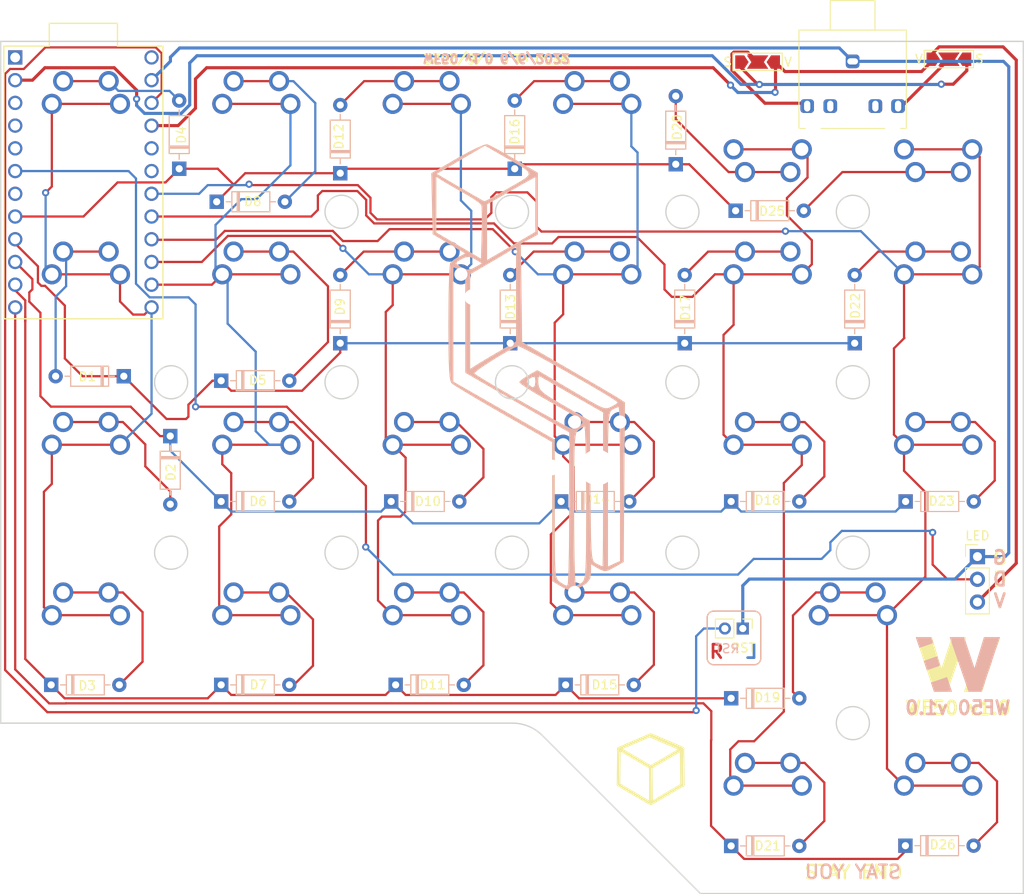
<source format=kicad_pcb>
(kicad_pcb (version 20211014) (generator pcbnew)
  (layers (0 "F.Cu" signal) (31 "B.Cu" signal) (34 "B.Paste" user) (35 "F.Paste" user) (36 "B.SilkS" user "B.Silkscreen") (37 "F.SilkS" user "F.Silkscreen") (38 "B.Mask" user) (39 "F.Mask" user) (44 "Edge.Cuts" user))
  (net 0 "")
  (net 1 "R1")
  (net 2 "Net-(D1-Pad2)")
  (net 3 "R2")
  (net 4 "Net-(D2-Pad2)")
  (net 5 "R3")
  (net 6 "Net-(D3-Pad2)")
  (net 7 "R0")
  (net 8 "Net-(D4-Pad2)")
  (net 9 "Net-(D5-Pad2)")
  (net 10 "Net-(D6-Pad2)")
  (net 11 "Net-(D7-Pad2)")
  (net 12 "Net-(D8-Pad2)")
  (net 13 "Net-(D9-Pad2)")
  (net 14 "Net-(D10-Pad2)")
  (net 15 "Net-(D11-Pad2)")
  (net 16 "Net-(D12-Pad2)")
  (net 17 "Net-(D13-Pad2)")
  (net 18 "Net-(D14-Pad2)")
  (net 19 "Net-(D15-Pad2)")
  (net 20 "Net-(D17-Pad2)")
  (net 21 "Net-(D18-Pad2)")
  (net 22 "Net-(D19-Pad2)")
  (net 23 "Net-(D20-Pad2)")
  (net 24 "R4")
  (net 25 "Net-(D21-Pad2)")
  (net 26 "Net-(D22-Pad2)")
  (net 27 "Net-(D23-Pad2)")
  (net 28 "Net-(D25-Pad2)")
  (net 29 "Net-(D26-Pad2)")
  (net 30 "GND")
  (net 31 "LED")
  (net 32 "Vcc")
  (net 34 "TRRS")
  (net 37 "C0")
  (net 38 "C1")
  (net 39 "C2")
  (net 40 "C3")
  (net 41 "C4")
  (net 42 "C5")
  (net 45 "RST")
  (net 49 "Net-(D16-Pad2)")
  (net 50 "Net-(JP1-Pad2)")
  (net 51 "Net-(JP2-Pad2)")
  (footprint "Diode_THT:D_DO-35_SOD27_P7.62mm_Horizontal" (layer "F.Cu") (at 120.19 80)
    (fp_text reference "D23")
    (fp_text value "1N4148")
  )
  (footprint "Diode_THT:D_DO-35_SOD27_P7.62mm_Horizontal" (layer "F.Cu") (at 81.69 80)
    (fp_text reference "D14")
    (fp_text value "1N4148")
  )
  (footprint "Audio_Module:Trrs_user" (layer "F.Cu") (at 114.27 30.81 -90)
    (fp_text reference "U2" hide)
    (fp_text value "Trrs")
  )
  (footprint "Jumper:SolderJumper-3_P2.0mm_Open_TrianglePad1.0x1.5mm_NumberLabels" (layer "F.Cu") (at 125.03 30.57)
    (fp_text reference "JP2" hide)
    (fp_text value "SolderJumper_3_Open" hide)
  )
  (footprint "LOGO" (layer "F.Cu") (at 83.138186 66.200916)
    (fp_text reference "G***" hide)
    (fp_text value "LOGO" hide)
  )
  (footprint "MX_Only:MXOnly-1U-user-split" (layer "F.Cu") (at 85.725 76.2)
    (fp_text reference "K15")
    (fp_text value "SW")
  )
  (footprint "Diode_THT:D_DO-35_SOD27_P7.62mm_Horizontal" (layer "F.Cu") (at 57 43.31 90)
    (fp_text reference "D12")
    (fp_text value "1N4148" hide)
  )
  (footprint "MX_Only:MXOnly-1U-user-split" (layer "F.Cu") (at 104.775 114.3)
    (fp_text reference "K24")
    (fp_text value "SW")
  )
  (footprint "MX_Only:MXOnly-1U-user-split" (layer "F.Cu") (at 28.575 57.15)
    (fp_text reference "K6")
    (fp_text value "SW")
  )
  (footprint "MX_Only:MXOnly-1U-user-split" (layer "F.Cu") (at 123.825 76.2)
    (fp_text reference "K17")
    (fp_text value "SW")
  )
  (footprint "Connector_PinHeader_2.54mm:PinHeader_1x03_P2.54mm_Vertical" (layer "F.Cu") (at 128.22 86.16)
    (fp_text reference "LED")
    (fp_text value "Conn_01x03_Female" hide)
  )
  (footprint "MX_Only:MXOnly-1U-user-split" (layer "F.Cu") (at 66.675 95.25)
    (fp_text reference "K20")
    (fp_text value "SW")
  )
  (footprint "Diode_THT:D_DO-35_SOD27_P7.62mm_Horizontal" (layer "F.Cu") (at 43.69 66.5)
    (fp_text reference "D5")
    (fp_text value "1N4148")
  )
  (footprint "MX_Only:MXOnly-1U-user-split" (layer "F.Cu") (at 47.625 57.15)
    (fp_text reference "K7")
    (fp_text value "SW")
  )
  (footprint "MX_Only:MXOnly-1U-user-split" (layer "F.Cu") (at 47.625 76.2)
    (fp_text reference "K13")
    (fp_text value "SW")
  )
  (footprint "MX_Only:MXOnly-1U-user-split" (layer "F.Cu") (at 66.675 38.1)
    (fp_text reference "K2")
    (fp_text value "SW")
  )
  (footprint "MX_Only:MXOnly-1U-user-split" (layer "F.Cu") (at 123.825 57.15)
    (fp_text reference "K11")
    (fp_text value "SW")
  )
  (footprint "MX_Only:MXOnly-1U-user-split" (layer "F.Cu") (at 85.725 57.15)
    (fp_text reference "K9")
    (fp_text value "SW")
  )
  (footprint "Connector_PinHeader_2.00mm:PinHeader_1x02_P2.00mm_Vertical" (layer "F.Cu") (at 101.99 94.2 -90)
    (fp_text reference "RST")
    (fp_text value "Conn_01x02_Female" hide)
  )
  (footprint "Diode_THT:D_DO-35_SOD27_P7.62mm_Horizontal" (layer "F.Cu") (at 62.69 80)
    (fp_text reference "D10")
    (fp_text value "1N4148")
  )
  (footprint "Diode_THT:D_DO-35_SOD27_P7.62mm_Horizontal" (layer "F.Cu") (at 100.69 118.5)
    (fp_text reference "D21")
    (fp_text value "1N4148")
  )
  (footprint "MX_Only:MXOnly-1U-user-split" (layer "F.Cu") (at 85.725 38.1)
    (fp_text reference "K3")
    (fp_text value "SW")
  )
  (footprint "MX_Only:MXOnly-1U-user-split" (layer "F.Cu") (at 28.575 95.25)
    (fp_text reference "K18")
    (fp_text value "SW")
  )
  (footprint "MX_Only:MXOnly-1U-user-split" (layer "F.Cu") (at 47.625 38.1)
    (fp_text reference "K1")
    (fp_text value "SW")
  )
  (footprint "Diode_THT:D_DO-35_SOD27_P7.62mm_Horizontal" (layer "F.Cu") (at 94.5 42.31 90)
    (fp_text reference "D20")
    (fp_text value "1N4148")
  )
  (footprint "Diode_THT:D_DO-35_SOD27_P7.62mm_Horizontal" (layer "F.Cu") (at 38 72.69 -90)
    (fp_text reference "D2")
    (fp_text value "1N4148")
  )
  (footprint "Diode_THT:D_DO-35_SOD27_P7.62mm_Horizontal" (layer "F.Cu") (at 101.19 47.5)
    (fp_text reference "D25")
    (fp_text value "1N4148")
  )
  (footprint "MX_Only:MXOnly-1U-user-split" (layer "F.Cu") (at 104.775 57.15)
    (fp_text reference "K10")
    (fp_text value "SW")
  )
  (footprint "MX_Only:MXOnly-1U-user-split" (layer "F.Cu") (at 104.775 38.1 180)
    (fp_text reference "K4")
    (fp_text value "SW")
  )
  (footprint "Diode_THT:D_DO-35_SOD27_P7.62mm_Horizontal" (layer "F.Cu") (at 95.5 62.31 90)
    (fp_text reference "D17")
    (fp_text value "1N4148")
  )
  (footprint "MX_Only:MXOnly-1U-user-split" (layer "F.Cu") (at 85.725 95.25)
    (fp_text reference "K21")
    (fp_text value "SW")
  )
  (footprint "Diode_THT:D_DO-35_SOD27_P7.62mm_Horizontal" (layer "F.Cu") (at 63.19 100.5)
    (fp_text reference "D11")
    (fp_text value "1N4148")
  )
  (footprint "Diode_THT:D_DO-35_SOD27_P7.62mm_Horizontal" (layer "F.Cu") (at 32.81 66 180)
    (fp_text reference "D1")
    (fp_text value "1N4148")
  )
  (footprint "Jumper:SolderJumper-3_P2.0mm_Open_TrianglePad1.0x1.5mm_NumberLabels" (layer "F.Cu") (at 103.65 30.89)
    (fp_text reference "JP1" hide)
    (fp_text value "SolderJumper_3_Open" hide)
  )
  (footprint "MX_Only:MXOnly-1U-user-split" (layer "F.Cu") (at 66.675 57.15)
    (fp_text reference "K8")
    (fp_text value "SW")
  )
  (footprint "Diode_THT:D_DO-35_SOD27_P7.62mm_Horizontal" (layer "F.Cu") (at 76.5 42.81 90)
    (fp_text reference "D16")
    (fp_text value "1N4148")
  )
  (footprint "Diode_THT:D_DO-35_SOD27_P7.62mm_Horizontal" (layer "F.Cu") (at 120.17 118.47)
    (fp_text reference "D26")
    (fp_text value "1N4148")
  )
  (footprint "MX_Only:MXOnly-1U-user-split" (layer "F.Cu") (at 28.575 38.1)
    (fp_text reference "K0")
    (fp_text value "SW")
  )
  (footprint "Diode_THT:D_DO-35_SOD27_P7.62mm_Horizontal" (layer "F.Cu") (at 24.69 100.5)
    (fp_text reference "D3")
    (fp_text value "1N4148")
  )
  (footprint "Diode_THT:D_DO-35_SOD27_P7.62mm_Horizontal" (layer "F.Cu") (at 82.19 100.5)
    (fp_text reference "D15")
    (fp_text value "1N4148")
  )
  (footprint "Diode_THT:D_DO-35_SOD27_P7.62mm_Horizontal" (layer "F.Cu") (at 57 62.31 90)
    (fp_text reference "D9")
    (fp_text value "1N4148")
  )
  (footprint "Diode_THT:D_DO-35_SOD27_P7.62mm_Horizontal" (layer "F.Cu") (at 114.5 62.31 90)
    (fp_text reference "D22")
    (fp_text value "1N4148")
  )
  (footprint "Diode_THT:D_DO-35_SOD27_P7.62mm_Horizontal" (layer "F.Cu") (at 100.69 80)
    (fp_text reference "D18")
    (fp_text value "1N4148")
  )
  (footprint "Diode_THT:D_DO-35_SOD27_P7.62mm_Horizontal" (layer "F.Cu") (at 100.69 102)
    (fp_text reference "D19")
    (fp_text value "1N4148")
  )
  (footprint "Diode_THT:D_DO-35_SOD27_P7.62mm_Horizontal" (layer "F.Cu") (at 76 62.31 90)
    (fp_text reference "D13")
    (fp_text value "1N4148")
  )
  (footprint "MX_Only:MXOnly-1U-user-split" (layer "F.Cu") (at 123.825 114.3)
    (fp_text reference "K25")
    (fp_text value "SW")
  )
  (footprint "MX_Only:MXOnly-1U-user-split" (layer "F.Cu") (at 123.825 38.1 180)
    (fp_text reference "K5")
    (fp_text value "SW")
  )
  (footprint "MX_Only:MXOnly-1U-user-split" (layer "F.Cu") (at 47.625 95.25)
    (fp_text reference "K19")
    (fp_text value "SW")
  )
  (footprint "promicro:ProMicro-EnforcedTop" (layer "F.Cu") (at 28.29 44.34 -90)
    (fp_text reference "U1" hide)
    (fp_text value "pro_micro" hide)
  )
  (footprint "Diode_THT:D_DO-35_SOD27_P7.62mm_Horizontal" (layer "F.Cu") (at 43.69 100.5)
    (fp_text reference "D7")
    (fp_text value "1N4148")
  )
  (footprint "MX_Only:MXOnly-1U-user-split" (layer "F.Cu") (at 66.675 76.2)
    (fp_text reference "K14")
    (fp_text value "SW")
  )
  (footprint "Diode_THT:D_DO-35_SOD27_P7.62mm_Horizontal" (layer "F.Cu") (at 43.69 80)
    (fp_text reference "D6")
    (fp_text value "1N4148")
  )
  (footprint "Diode_THT:D_DO-35_SOD27_P7.62mm_Horizontal" (layer "F.Cu") (at 43.19 46.5)
    (fp_text reference "D8")
    (fp_text value "1N4148" hide)
  )
  (footprint "MX_Only:MXOnly-1U-user-split" (layer "F.Cu") (at 28.575 76.2)
    (fp_text reference "K12")
    (fp_text value "SW")
  )
  (footprint "MX_Only:MXOnly-1U-user-split" (layer "F.Cu") (at 114.3 95.25)
    (fp_text reference "K23")
    (fp_text value "SW")
  )
  (footprint "MX_Only:MXOnly-1U-user-split" (layer "F.Cu") (at 104.775 76.2)
    (fp_text reference "K16")
    (fp_text value "SW")
  )
  (footprint "Diode_THT:D_DO-35_SOD27_P7.62mm_Horizontal" (layer "F.Cu") (at 39 42.81 90)
    (fp_text reference "D4")
    (fp_text value "1N4148" hide)
  )
  (footprint "LOGO" (layer "B.Cu") (at 83.138186 66.200916 180)
    (fp_text reference "G***" hide)
    (fp_text value "LOGO" hide)
  )
  (gr_line (start 98.76 98.25) (end 103.26 98.25) (layer "B.SilkS") (width 0.15))
  (gr_line (start 98.01 93) (end 98.01 97.5) (layer "B.SilkS") (width 0.15))
  (gr_arc (start 98.76 98.25) (mid 98.22967 98.03033) (end 98.01 97.5) (layer "B.SilkS") (width 0.15))
  (gr_arc (start 98.01 93) (mid 98.22967 92.46967) (end 98.76 92.25) (layer "B.SilkS") (width 0.15))
  (gr_poly (pts (xy 124.801574 99.649601) (xy 124.810384 99.646875) (xy 125.364765 101.249668) (xy 123.947234 101.249668) (xy 123.362981 101.249668) (xy 123.031855 100.252163) (xy 124.79816 99.641452) (xy 124.801574 99.649601)) (layer "B.SilkS") (width 0.026458) (fill solid))
  (gr_line (start 103.26 92.25) (end 98.76 92.25) (layer "B.SilkS") (width 0.15))
  (gr_poly (pts (xy 123.0617 95.164252) (xy 123.27207 95.820429) (xy 121.737805 96.351072) (xy 121.33204 95.164252) (xy 123.0617 95.164252)) (layer "B.SilkS") (width 0.026458) (fill solid))
  (gr_line (start 104.01 97.5) (end 104.01 93) (layer "B.SilkS") (width 0.15))
  (gr_poly (pts (xy 125.63689 95.164252) (xy 126.728693 95.164252) (xy 127.890399 98.667705) (xy 128.958482 95.164252) (xy 130.722763 95.164252) (xy 128.691126 101.249668) (xy 127.236269 101.249668) (xy 126.932263 100.373633) (xy 125.130662 95.164252) (xy 125.63689 95.164252)) (layer "B.SilkS") (width 0.026458) (fill solid))
  (gr_poly (pts (xy 124.033408 98.349465) (xy 122.569073 98.856354) (xy 122.226385 97.824928) (xy 123.71993 97.308533) (xy 124.033408 98.349465)) (layer "B.SilkS") (width 0.026458) (fill solid))
  (gr_arc (start 104.01 97.5) (mid 103.79033 98.03033) (end 103.26 98.25) (layer "B.SilkS") (width 0.15))
  (gr_arc (start 103.26 92.25) (mid 103.79033 92.46967) (end 104.01 93) (layer "B.SilkS") (width 0.15))
  (gr_line (start 103.251626 92.2499) (end 98.751626 92.2499) (layer "F.SilkS") (width 0.15))
  (gr_arc (start 103.251626 92.2499) (mid 103.781956 92.46957) (end 104.001626 92.9999) (layer "F.SilkS") (width 0.15))
  (gr_line (start 98.001626 92.9999) (end 98.001626 97.4999) (layer "F.SilkS") (width 0.15))
  (gr_line (start 88.15 107.625) (end 91.65 109.675) (layer "F.SilkS") (width 0.4))
  (gr_line (start 104.001626 97.4999) (end 104.001626 92.9999) (layer "F.SilkS") (width 0.15))
  (gr_line (start 91.7 106.15) (end 95.2 107.65) (layer "F.SilkS") (width 0.5))
  (gr_line (start 88.1 111.65) (end 88.15 107.625) (layer "F.SilkS") (width 0.4))
  (gr_line (start 98.751626 98.2499) (end 103.251626 98.2499) (layer "F.SilkS") (width 0.15))
  (gr_line (start 91.65 109.675) (end 91.6 113.7) (layer "F.SilkS") (width 0.2))
  (gr_line (start 91.75 113.725) (end 91.7 109.7) (layer "F.SilkS") (width 0.4))
  (gr_line (start 91.7 109.7) (end 95.2 107.65) (layer "F.SilkS") (width 0.4))
  (gr_line (start 91.75 113.725) (end 95.25 111.675) (layer "F.SilkS") (width 0.4))
  (gr_line (start 88.1 111.65) (end 91.6 113.7) (layer "F.SilkS") (width 0.4))
  (gr_poly (pts (xy 128.05 98.38) (xy 129.514335 98.886889) (xy 129.857023 97.855463) (xy 128.363478 97.339068) (xy 128.05 98.38)) (layer "F.SilkS") (width 0.026458) (fill solid))
  (gr_poly (pts (xy 126.446518 95.194787) (xy 125.354715 95.194787) (xy 124.193009 98.69824) (xy 123.124926 95.194787) (xy 121.360645 95.194787) (xy 123.392282 101.280203) (xy 124.847139 101.280203) (xy 125.151145 100.404168) (xy 126.952746 95.194787) (xy 126.446518 95.194787)) (layer "F.SilkS") (width 0.026458) (fill solid))
  (gr_line (start 95.2 107.65) (end 95.25 111.675) (layer "F.SilkS") (width 0.5))
  (gr_arc (start 104.001626 97.4999) (mid 103.781956 98.03023) (end 103.251626 98.2499) (layer "F.SilkS") (width 0.15))
  (gr_poly (pts (xy 129.021708 95.194787) (xy 128.811338 95.850964) (xy 130.345603 96.381607) (xy 130.751368 95.194787) (xy 129.021708 95.194787)) (layer "F.SilkS") (width 0.026458) (fill solid))
  (gr_arc (start 98.001626 92.9999) (mid 98.221296 92.46957) (end 98.751626 92.2499) (layer "F.SilkS") (width 0.15))
  (gr_line (start 88.15 107.625) (end 91.65 106.125) (layer "F.SilkS") (width 0.4))
  (gr_poly (pts (xy 127.281834 99.680136) (xy 127.273024 99.67741) (xy 126.718643 101.280203) (xy 128.136174 101.280203) (xy 128.720427 101.280203) (xy 129.051553 100.282698) (xy 127.285248 99.671987) (xy 127.281834 99.680136)) (layer "F.SilkS") (width 0.026458) (fill solid))
  (gr_arc (start 98.751626 98.2499) (mid 98.221296 98.03023) (end 98.001626 97.4999) (layer "F.SilkS") (width 0.15))
  (gr_circle (center 57.1453 66.67485) (end 55.2953 66.67485) (layer "Edge.Cuts") (width 0.15) (fill none))
  (gr_line (start 19.045885 28.575) (end 133.3458 28.575) (layer "Edge.Cuts") (width 0.15))
  (gr_line (start 133.3458 123.82433) (end 97.253375 123.82433) (layer "Edge.Cuts") (width 0.15))
  (gr_line (start 97.253375 123.82433) (end 79.575605 106.146559) (layer "Edge.Cuts") (width 0.15))
  (gr_line (start 76.26275 104.77433) (end 19.045885 104.77433) (layer "Edge.Cuts") (width 0.15))
  (gr_circle (center 114.2953 47.62485) (end 112.4453 47.62485) (layer "Edge.Cuts") (width 0.15) (fill none))
  (gr_circle (center 38.0953 66.67485) (end 36.2453 66.67485) (layer "Edge.Cuts") (width 0.15) (fill none))
  (gr_line (start 19.045885 104.77433) (end 19.045885 28.575) (layer "Edge.Cuts") (width 0.15))
  (gr_circle (center 95.2453 66.67485) (end 93.3953 66.67485) (layer "Edge.Cuts") (width 0.15) (fill none))
  (gr_arc (start 76.26275 104.77433) (mid 78.055654 105.130961) (end 79.575605 106.146559) (layer "Edge.Cuts") (width 0.15))
  (gr_circle (center 57.1453 47.62485) (end 55.2953 47.62485) (layer "Edge.Cuts") (width 0.15) (fill none))
  (gr_circle (center 57.1453 85.72485) (end 55.2953 85.72485) (layer "Edge.Cuts") (width 0.15) (fill none))
  (gr_circle (center 114.2953 85.72485) (end 112.4453 85.72485) (layer "Edge.Cuts") (width 0.15) (fill none))
  (gr_circle (center 38.0953 85.72485) (end 36.2453 85.72485) (layer "Edge.Cuts") (width 0.15) (fill none))
  (gr_circle (center 95.2453 85.72485) (end 93.3953 85.72485) (layer "Edge.Cuts") (width 0.15) (fill none))
  (gr_circle (center 76.1953 47.62485) (end 74.3453 47.62485) (layer "Edge.Cuts") (width 0.15) (fill none))
  (gr_circle (center 95.2453 47.62485) (end 93.3953 47.62485) (layer "Edge.Cuts") (width 0.15) (fill none))
  (gr_circle (center 114.2953 104.77485) (end 112.4453 104.77485) (layer "Edge.Cuts") (width 0.15) (fill none))
  (gr_line (start 133.3458 28.575) (end 133.3458 123.82433) (layer "Edge.Cuts") (width 0.15))
  (gr_circle (center 76.1953 85.72485) (end 74.3453 85.72485) (layer "Edge.Cuts") (width 0.15) (fill none))
  (gr_circle (center 76.1953 66.67485) (end 74.3453 66.67485) (layer "Edge.Cuts") (width 0.15) (fill none))
  (gr_circle (center 114.2953 66.67485) (end 112.4453 66.67485) (layer "Edge.Cuts") (width 0.15) (fill none))
  (gr_text "R" (at 99.06 96.774) (layer "F.Cu") (effects (font (size 1.5 1.5) (thickness 0.3))))
  (gr_text "L" (at 102.997 96.774) (layer "B.Cu") (effects (font (size 1.5 1.5) (thickness 0.3)) (justify mirror)))
  (gr_text "WF50 v1.0" (at 126.027402 103.067705) (layer "B.SilkS") (effects (font (size 1.5 1.5) (thickness 0.3)) (justify mirror)))
  (gr_text "STAY YOU" (at 114.3 121.4) (layer "B.SilkS") (effects (font (size 1.5 1.5) (thickness 0.25)) (justify mirror)))
  (gr_text "G\nD\nV" (at 130.72 88.685) (layer "B.SilkS") (effects (font (size 1.5 1.5) (thickness 0.3)) (justify mirror)))
  (gr_text "WF50 v1.0 6/6/2022" (at 74.473539 30.468989 -180) (layer "B.SilkS") (effects (font (size 1 1) (thickness 0.25)) (justify mirror)))
  (gr_text "STAY EMO" (at 114.371314 121.439851) (layer "F.SilkS") (effects (font (size 1.5 1.5) (thickness 0.25))))
  (gr_text "WF50 v1.0 6/6/2022" (at 74.5 30.51 180) (layer "F.SilkS") (effects (font (size 1 1) (thickness 0.25))))
  (gr_text "G\nD\nV" (at 130.72 88.685) (layer "F.SilkS") (effects (font (size 1.5 1.5) (thickness 0.3))))
  (gr_text "WF50 v1.0" (at 126.056006 103.09824) (layer "F.SilkS") (effects (font (size 1.5 1.5) (thickness 0.3))))
  (segment (start 40.03 69.185386) (end 42.715386 66.5) (width 0.25) (layer "F.Cu") (net 1))
  (segment (start 37.59 70.78) (end 39.77 70.78) (width 0.25) (layer "F.Cu") (net 1))
  (segment (start 39.77 70.78) (end 40.03 70.52) (width 0.25) (layer "F.Cu") (net 1))
  (segment (start 32.81 66) (end 37.59 70.78) (width 0.25) (layer "F.Cu") (net 1))
  (segment (start 44.814511 67.624511) (end 52.735489 67.624511) (width 0.25) (layer "F.Cu") (net 1))
  (segment (start 28.2 66) (end 32.81 66) (width 0.25) (layer "F.Cu") (net 1))
  (segment (start 20.67 50.69) (end 20.67 51.17) (width 0.25) (layer "F.Cu") (net 1))
  (segment (start 43.69 66.5) (end 44.814511 67.624511) (width 0.25) (layer "F.Cu") (net 1))
  (segment (start 26.22 64.02) (end 28.2 66) (width 0.25) (layer "F.Cu") (net 1))
  (segment (start 24.01257 55.900479) (end 26.22 58.107909) (width 0.25) (layer "F.Cu") (net 1))
  (segment (start 40.03 70.52) (end 40.03 69.185386) (width 0.25) (layer "F.Cu") (net 1))
  (segment (start 57 63.36) (end 57 62.31) (width 0.25) (layer "F.Cu") (net 1))
  (segment (start 52.735489 67.624511) (end 57 63.36) (width 0.25) (layer "F.Cu") (net 1))
  (segment (start 23.21 55.52) (end 23.590479 55.900479) (width 0.25) (layer "F.Cu") (net 1))
  (segment (start 20.67 51.17) (end 23.21 53.71) (width 0.25) (layer "F.Cu") (net 1))
  (segment (start 26.22 58.107909) (end 26.22 64.02) (width 0.25) (layer "F.Cu") (net 1))
  (segment (start 42.715386 66.5) (end 43.69 66.5) (width 0.25) (layer "F.Cu") (net 1))
  (segment (start 23.21 53.71) (end 23.21 55.52) (width 0.25) (layer "F.Cu") (net 1))
  (segment (start 23.590479 55.900479) (end 24.01257 55.900479) (width 0.25) (layer "F.Cu") (net 1))
  (segment (start 95.5 62.31) (end 114.5 62.31) (width 0.25) (layer "B.Cu") (net 1))
  (segment (start 57 62.31) (end 76 62.31) (width 0.25) (layer "B.Cu") (net 1))
  (segment (start 76 62.31) (end 95.5 62.31) (width 0.25) (layer "B.Cu") (net 1))
  (segment (start 26.035 52.07) (end 31.115 52.07) (width 0.25) (layer "F.Cu") (net 2))
  (segment (start 26.36 52.395) (end 26.36 55.94) (width 0.25) (layer "B.Cu") (net 2))
  (segment (start 26.035 52.07) (end 26.36 52.395) (width 0.25) (layer "B.Cu") (net 2))
  (segment (start 25.19 57.11) (end 25.19 66) (width 0.25) (layer "B.Cu") (net 2))
  (segment (start 26.36 55.94) (end 25.19 57.11) (width 0.25) (layer "B.Cu") (net 2))
  (segment (start 22.59 56.287909) (end 22.245479 56.63243) (width 0.25) (layer "F.Cu") (net 3))
  (segment (start 22.245479 57.66757) (end 23.49 58.912091) (width 0.25) (layer "F.Cu") (net 3))
  (segment (start 22.245479 56.63243) (end 22.245479 57.66757) (width 0.25) (layer "F.Cu") (net 3))
  (segment (start 22.59 55.15) (end 22.59 56.287909) (width 0.25) (layer "F.Cu") (net 3))
  (segment (start 23.49 58.912091) (end 23.49 68.23) (width 0.25) (layer "F.Cu") (net 3))
  (segment (start 36.86 72.69) (end 38 72.69) (width 0.25) (layer "F.Cu") (net 3))
  (segment (start 23.49 68.23) (end 24.66 69.4) (width 0.25) (layer "F.Cu") (net 3))
  (segment (start 20.67 53.23) (end 22.59 55.15) (width 0.25) (layer "F.Cu") (net 3))
  (segment (start 24.66 69.4) (end 33.57 69.4) (width 0.25) (layer "F.Cu") (net 3))
  (segment (start 33.57 69.4) (end 36.86 72.69) (width 0.25) (layer "F.Cu") (net 3))
  (segment (start 120.19 80) (end 119.065489 81.124511) (width 0.25) (layer "B.Cu") (net 3))
  (segment (start 44.82 81.13) (end 43.69 80) (width 0.25) (layer "B.Cu") (net 3))
  (segment (start 61.56 81.13) (end 44.82 81.13) (width 0.25) (layer "B.Cu") (net 3))
  (segment (start 119.065489 81.124511) (end 101.814511 81.124511) (width 0.25) (layer "B.Cu") (net 3))
  (segment (start 62.69 80) (end 61.56 81.13) (width 0.25) (layer "B.Cu") (net 3))
  (segment (start 81.69 80) (end 79.24 82.45) (width 0.25) (layer "B.Cu") (net 3))
  (segment (start 43.69 80) (end 38 74.31) (width 0.25) (layer "B.Cu") (net 3))
  (segment (start 82.814511 81.124511) (end 81.69 80) (width 0.25) (layer "B.Cu") (net 3))
  (segment (start 38 74.31) (end 38 72.69) (width 0.25) (layer "B.Cu") (net 3))
  (segment (start 99.565489 81.124511) (end 82.814511 81.124511) (width 0.25) (layer "B.Cu") (net 3))
  (segment (start 79.24 82.45) (end 65.14 82.45) (width 0.25) (layer "B.Cu") (net 3))
  (segment (start 100.69 80) (end 99.565489 81.124511) (width 0.25) (layer "B.Cu") (net 3))
  (segment (start 101.814511 81.124511) (end 100.69 80) (width 0.25) (layer "B.Cu") (net 3))
  (segment (start 65.14 82.45) (end 62.69 80) (width 0.25) (layer "B.Cu") (net 3))
  (segment (start 31.115 71.12) (end 32.70599 71.12) (width 0.25) (layer "F.Cu") (net 4))
  (segment (start 26.035 71.12) (end 31.115 71.12) (width 0.25) (layer "F.Cu") (net 4))
  (segment (start 38 78.86) (end 38 80.31) (width 0.25) (layer "F.Cu") (net 4))
  (segment (start 32.70599 71.12) (end 35.21 73.62401) (width 0.25) (layer "F.Cu") (net 4))
  (segment (start 35.21 76.07) (end 38 78.86) (width 0.25) (layer "F.Cu") (net 4))
  (segment (start 35.21 73.62401) (end 35.21 76.07) (width 0.25) (layer "F.Cu") (net 4))
  (segment (start 44.814511 101.624511) (end 43.69 100.5) (width 0.25) (layer "F.Cu") (net 5))
  (segment (start 83.69 102) (end 82.19 100.5) (width 0.25) (layer "F.Cu") (net 5))
  (segment (start 82.19 100.5) (end 81.065489 101.624511) (width 0.25) (layer "F.Cu") (net 5))
  (segment (start 43.69 100.5) (end 42.19 102) (width 0.25) (layer "F.Cu") (net 5))
  (segment (start 63.19 100.5) (end 62.065489 101.624511) (width 0.25) (layer "F.Cu") (net 5))
  (segment (start 26.19 102) (end 24.69 100.5) (width 0.25) (layer "F.Cu") (net 5))
  (segment (start 24.69 100.5) (end 21.794511 97.604511) (width 0.25) (layer "F.Cu") (net 5))
  (segment (start 64.314511 101.624511) (end 63.19 100.5) (width 0.25) (layer "F.Cu") (net 5))
  (segment (start 20.67 55.77) (end 20.67 56.4) (width 0.25) (layer "F.Cu") (net 5))
  (segment (start 42.19 102) (end 26.19 102) (width 0.25) (layer "F.Cu") (net 5))
  (segment (start 100.69 102) (end 83.69 102) (width 0.25) (layer "F.Cu") (net 5))
  (segment (start 20.67 56.4) (end 21.794511 57.524511) (width 0.25) (layer "F.Cu") (net 5))
  (segment (start 21.794511 97.604511) (end 21.794511 59.885489) (width 0.25) (layer "F.Cu") (net 5))
  (segment (start 81.065489 101.624511) (end 64.314511 101.624511) (width 0.25) (layer "F.Cu") (net 5))
  (segment (start 62.065489 101.624511) (end 44.814511 101.624511) (width 0.25) (layer "F.Cu") (net 5))
  (segment (start 21.794511 57.524511) (end 21.794511 59.885489) (width 0.25) (layer "F.Cu") (net 5))
  (segment (start 21.794511 59.885489) (end 21.794511 59.335489) (width 0.25) (layer "F.Cu") (net 5))
  (segment (start 31.115 90.17) (end 32.70599 90.17) (width 0.25) (layer "F.Cu") (net 6))
  (segment (start 32.70599 90.17) (end 34.904521 92.368531) (width 0.25) (layer "F.Cu") (net 6))
  (segment (start 34.904521 92.368531) (end 34.904521 97.905479) (width 0.25) (layer "F.Cu") (net 6))
  (segment (start 34.904521 97.905479) (end 32.31 100.5) (width 0.25) (layer "F.Cu") (net 6))
  (segment (start 26.035 90.17) (end 31.115 90.17) (width 0.25) (layer "F.Cu") (net 6))
  (segment (start 77 42.31) (end 76.5 42.81) (width 0.25) (layer "F.Cu") (net 7))
  (segment (start 28.3 48.15) (end 32.11 44.34) (width 0.25) (layer "F.Cu") (net 7))
  (segment (start 43.31 42.81) (end 45.095 44.595) (width 0.25) (layer "F.Cu") (net 7))
  (segment (start 20.67 48.15) (end 28.3 48.15) (width 0.25) (layer "F.Cu") (net 7))
  (segment (start 96 42.31) (end 101.19 47.5) (width 0.25) (layer "F.Cu") (net 7))
  (segment (start 57.5 42.81) (end 57 43.31) (width 0.25) (layer "F.Cu") (net 7))
  (segment (start 37.47 44.34) (end 39 42.81) (width 0.25) (layer "F.Cu") (net 7))
  (segment (start 46.38 43.31) (end 45.095 44.595) (width 0.25) (layer "F.Cu") (net 7))
  (segment (start 94.5 42.31) (end 96 42.31) (width 0.25) (layer "F.Cu") (net 7))
  (segment (start 32.11 44.34) (end 37.47 44.34) (width 0.25) (layer "F.Cu") (net 7))
  (segment (start 76.5 42.81) (end 57.5 42.81) (width 0.25) (layer "F.Cu") (net 7))
  (segment (start 39 42.81) (end 43.31 42.81) (width 0.25) (layer "F.Cu") (net 7))
  (segment (start 57 43.31) (end 46.38 43.31) (width 0.25) (layer "F.Cu") (net 7))
  (segment (start 45.095 44.595) (end 43.19 46.5) (width 0.25) (layer "F.Cu") (net 7))
  (segment (start 94.5 42.31) (end 77 42.31) (width 0.25) (layer "F.Cu") (net 7))
  (segment (start 31.115 33.02) (end 26.035 33.02) (width 0.25) (layer "F.Cu") (net 8))
  (segment (start 37.920489 34.110489) (end 32.205489 34.110489) (width 0.25) (layer "B.Cu") (net 8))
  (segment (start 39 35.19) (end 37.920489 34.110489) (width 0.25) (layer "B.Cu") (net 8))
  (segment (start 32.205489 34.110489) (end 31.115 33.02) (width 0.25) (layer "B.Cu") (net 8))
  (segment (start 55.63 55.94401) (end 51.75599 52.07) (width 0.25) (layer "F.Cu") (net 9))
  (segment (start 51.75599 52.07) (end 50.165 52.07) (width 0.25) (layer "F.Cu") (net 9))
  (segment (start 51.31 66.5) (end 55.63 62.18) (width 0.25) (layer "F.Cu") (net 9))
  (segment (start 55.63 62.18) (end 55.63 55.94401) (width 0.25) (layer "F.Cu") (net 9))
  (segment (start 45.085 52.07) (end 50.165 52.07) (width 0.25) (layer "F.Cu") (net 9))
  (segment (start 51.75599 71.12) (end 53.954521 73.318531) (width 0.25) (layer "F.Cu") (net 10))
  (segment (start 53.954521 73.318531) (end 53.954521 77.355479) (width 0.25) (layer "F.Cu") (net 10))
  (segment (start 53.954521 77.355479) (end 51.31 80) (width 0.25) (layer "F.Cu") (net 10))
  (segment (start 50.165 71.12) (end 45.085 71.12) (width 0.25) (layer "F.Cu") (net 10))
  (segment (start 50.165 71.12) (end 51.75599 71.12) (width 0.25) (layer "F.Cu") (net 10))
  (segment (start 50.165 90.17) (end 50.944919 90.17) (width 0.25) (layer "F.Cu") (net 11))
  (segment (start 50.944919 90.17) (end 53.954521 93.179602) (width 0.25) (layer "F.Cu") (net 11))
  (segment (start 53.954521 98.355479) (end 51.31 101) (width 0.25) (layer "F.Cu") (net 11))
  (segment (start 45.085 90.17) (end 50.165 90.17) (width 0.25) (layer "F.Cu") (net 11))
  (segment (start 53.954521 93.179602) (end 53.954521 98.355479) (width 0.25) (layer "F.Cu") (net 11))
  (segment (start 45.085 33.02) (end 50.165 33.02) (width 0.25) (layer "F.Cu") (net 12))
  (segment (start 54.21 43.1) (end 50.81 46.5) (width 0.25) (layer "B.Cu") (net 12))
  (segment (start 51.75599 33.02) (end 54.21 35.47401) (width 0.25) (layer "B.Cu") (net 12))
  (segment (start 54.21 35.47401) (end 54.21 43.1) (width 0.25) (layer "B.Cu") (net 12))
  (segment (start 50.165 33.02) (end 51.75599 33.02) (width 0.25) (layer "B.Cu") (net 12))
  (segment (start 59.62 52.07) (end 57 54.69) (width 0.25) (layer "F.Cu") (net 13))
  (segment (start 64.135 52.07) (end 59.62 52.07) (width 0.25) (layer "F.Cu") (net 13))
  (segment (start 69.215 52.07) (end 64.135 52.07) (width 0.25) (layer "F.Cu") (net 13))
  (segment (start 73.004521 77.305479) (end 70.31 80) (width 0.25) (layer "F.Cu") (net 14))
  (segment (start 69.215 71.12) (end 64.135 71.12) (width 0.25) (layer "F.Cu") (net 14))
  (segment (start 69.215 71.12) (end 69.994919 71.12) (width 0.25) (layer "F.Cu") (net 14))
  (segment (start 73.004521 74.129602) (end 73.004521 77.305479) (width 0.25) (layer "F.Cu") (net 14))
  (segment (start 69.994919 71.12) (end 73.004521 74.129602) (width 0.25) (layer "F.Cu") (net 14))
  (segment (start 73.004521 98.305479) (end 70.81 100.5) (width 0.25) (layer "F.Cu") (net 15))
  (segment (start 73.004521 92.368531) (end 73.004521 98.305479) (width 0.25) (layer "F.Cu") (net 15))
  (segment (start 70.80599 90.17) (end 73.004521 92.368531) (width 0.25) (layer "F.Cu") (net 15))
  (segment (start 64.135 90.17) (end 69.215 90.17) (width 0.25) (layer "F.Cu") (net 15))
  (segment (start 69.215 90.17) (end 70.80599 90.17) (width 0.25) (layer "F.Cu") (net 15))
  (segment (start 64.135 33.02) (end 69.215 33.02) (width 0.25) (layer "F.Cu") (net 16))
  (segment (start 59.67 33.02) (end 64.135 33.02) (width 0.25) (layer "F.Cu") (net 16))
  (segment (start 57 35.69) (end 59.67 33.02) (width 0.25) (layer "F.Cu") (net 16))
  (segment (start 83.185 52.07) (end 78.62 52.07) (width 0.25) (layer "F.Cu") (net 17))
  (segment (start 78.62 52.07) (end 76 54.69) (width 0.25) (layer "F.Cu") (net 17))
  (segment (start 88.265 52.07) (end 83.185 52.07) (width 0.25) (layer "F.Cu") (net 17))
  (segment (start 89.85599 71.12) (end 92.054521 73.318531) (width 0.25) (layer "F.Cu") (net 18))
  (segment (start 92.054521 77.255479) (end 89.31 80) (width 0.25) (layer "F.Cu") (net 18))
  (segment (start 88.265 71.12) (end 89.85599 71.12) (width 0.25) (layer "F.Cu") (net 18))
  (segment (start 88.265 71.12) (end 83.185 71.12) (width 0.25) (layer "F.Cu") (net 18))
  (segment (start 92.054521 73.318531) (end 92.054521 77.255479) (width 0.25) (layer "F.Cu") (net 18))
  (segment (start 83.185 90.17) (end 88.265 90.17) (width 0.25) (layer "F.Cu") (net 19))
  (segment (start 92.054521 98.255479) (end 89.81 100.5) (width 0.25) (layer "F.Cu") (net 19))
  (segment (start 92.054521 92.368531) (end 92.054521 98.255479) (width 0.25) (layer "F.Cu") (net 19))
  (segment (start 88.265 90.17) (end 89.85599 90.17) (width 0.25) (layer "F.Cu") (net 19))
  (segment (start 89.85599 90.17) (end 92.054521 92.368531) (width 0.25) (layer "F.Cu") (net 19))
  (segment (start 98.12 52.07) (end 102.235 52.07) (width 0.25) (layer "F.Cu") (net 20))
  (segment (start 95.5 54.69) (end 98.12 52.07) (width 0.25) (layer "F.Cu") (net 20))
  (segment (start 107.315 52.07) (end 102.235 52.07) (width 0.25) (layer "F.Cu") (net 20))
  (segment (start 107.315 71.12) (end 108.90599 71.12) (width 0.25) (layer "F.Cu") (net 21))
  (segment (start 102.235 71.12) (end 107.315 71.12) (width 0.25) (layer "F.Cu") (net 21))
  (segment (start 111.104521 73.318531) (end 111.104521 77.205479) (width 0.25) (layer "F.Cu") (net 21))
  (segment (start 108.90599 71.12) (end 111.104521 73.318531) (width 0.25) (layer "F.Cu") (net 21))
  (segment (start 111.104521 77.205479) (end 108.31 80) (width 0.25) (layer "F.Cu") (net 21))
  (segment (start 111.76 90.17) (end 110.16901 90.17) (width 0.25) (layer "F.Cu") (net 22))
  (segment (start 111.76 90.17) (end 116.84 90.17) (width 0.25) (layer "F.Cu") (net 22))
  (segment (start 107.6 92.73901) (end 107.6 101.29) (width 0.25) (layer "F.Cu") (net 22))
  (segment (start 110.16901 90.17) (end 107.6 92.73901) (width 0.25) (layer "F.Cu") (net 22))
  (segment (start 107.6 101.29) (end 108.31 102) (width 0.25) (layer "F.Cu") (net 22))
  (segment (start 94.5 37.27) (end 94.5 34.69) (width 0.25) (layer "F.Cu") (net 23))
  (segment (start 102.235 43.18) (end 100.41 43.18) (width 0.25) (layer "F.Cu") (net 23))
  (segment (start 107.315 43.18) (end 102.235 43.18) (width 0.25) (layer "F.Cu") (net 23))
  (segment (start 100.41 43.18) (end 94.5 37.27) (width 0.25) (layer "F.Cu") (net 23))
  (segment (start 98.47 103.44) (end 97.59 102.56) (width 0.25) (layer "F.Cu") (net 24))
  (segment (start 20.67 98.77) (end 20.67 58.31) (width 0.25) (layer "F.Cu") (net 24))
  (segment (start 26.34 102.57) (end 24.47 102.57) (width 0.25) (layer "F.Cu") (net 24))
  (segment (start 97.59 102.56) (end 26.35 102.56) (width 0.25) (layer "F.Cu") (net 24))
  (segment (start 120.17 119.08) (end 119.3 119.95) (width 0.25) (layer "F.Cu") (net 24))
  (segment (start 98.47 106.65) (end 98.47 103.44) (width 0.25) (layer "F.Cu") (net 24))
  (segment (start 24.47 102.57) (end 20.67 98.77) (width 0.25) (layer "F.Cu") (net 24))
  (segment (start 120.17 118.47) (end 120.17 119.08) (width 0.25) (layer "F.Cu") (net 24))
  (segment (start 26.35 102.56) (end 26.34 102.57) (width 0.25) (layer "F.Cu") (net 24))
  (segment (start 98.445479 116.255479) (end 98.445479 106.674521) (width 0.25) (layer "F.Cu") (net 24))
  (segment (start 98.445479 106.674521) (end 98.47 106.65) (width 0.25) (layer "F.Cu") (net 24))
  (segment (start 102.14 119.95) (end 100.69 118.5) (width 0.25) (layer "F.Cu") (net 24))
  (segment (start 119.3 119.95) (end 102.14 119.95) (width 0.25) (layer "F.Cu") (net 24))
  (segment (start 100.69 118.5) (end 98.445479 116.255479) (width 0.25) (layer "F.Cu") (net 24))
  (segment (start 108.90599 109.22) (end 111.104521 111.418531) (width 0.25) (layer "F.Cu") (net 25))
  (segment (start 111.104521 115.705479) (end 108.31 118.5) (width 0.25) (layer "F.Cu") (net 25))
  (segment (start 107.315 109.22) (end 108.90599 109.22) (width 0.25) (layer "F.Cu") (net 25))
  (segment (start 111.104521 111.418531) (end 111.104521 115.705479) (width 0.25) (layer "F.Cu") (net 25))
  (segment (start 102.235 109.22) (end 107.315 109.22) (width 0.25) (layer "F.Cu") (net 25))
  (segment (start 117.12 52.07) (end 121.285 52.07) (width 0.25) (layer "F.Cu") (net 26))
  (segment (start 114.5 54.69) (end 117.12 52.07) (width 0.25) (layer "F.Cu") (net 26))
  (segment (start 121.285 52.07) (end 126.365 52.07) (width 0.25) (layer "F.Cu") (net 26))
  (segment (start 126.365 71.12) (end 121.285 71.12) (width 0.25) (layer "F.Cu") (net 27))
  (segment (start 130.154521 73.318531) (end 130.154521 77.655479) (width 0.25) (layer "F.Cu") (net 27))
  (segment (start 126.365 71.12) (end 127.95599 71.12) (width 0.25) (layer "F.Cu") (net 27))
  (segment (start 130.154521 77.655479) (end 127.81 80) (width 0.25) (layer "F.Cu") (net 27))
  (segment (start 127.95599 71.12) (end 130.154521 73.318531) (width 0.25) (layer "F.Cu") (net 27))
  (segment (start 113.13 43.18) (end 108.81 47.5) (width 0.25) (layer "F.Cu") (net 28))
  (segment (start 121.285 43.18) (end 113.13 43.18) (width 0.25) (layer "F.Cu") (net 28))
  (segment (start 121.285 43.18) (end 126.365 43.18) (width 0.25) (layer "F.Cu") (net 28))
  (segment (start 126.365 109.22) (end 121.285 109.22) (width 0.25) (layer "F.Cu") (net 29))
  (segment (start 130.41 115.85) (end 127.79 118.47) (width 0.25) (layer "F.Cu") (net 29))
  (segment (start 128.35 109.22) (end 130.41 111.28) (width 0.25) (layer "F.Cu") (net 29))
  (segment (start 126.365 109.22) (end 128.35 109.22) (width 0.25) (layer "F.Cu") (net 29))
  (segment (start 126.79 109.22) (end 126.9 109.33) (width 0.25) (layer "F.Cu") (net 29))
  (segment (start 130.41 111.28) (end 130.41 115.85) (width 0.25) (layer "F.Cu") (net 29))
  (segment (start 126.365 109.22) (end 126.79 109.22) (width 0.25) (layer "F.Cu") (net 29))
  (segment (start 114.27 30.81) (end 131.13 30.81) (width 0.35) (layer "B.Cu") (net 30))
  (segment (start 125.709511 88.670489) (end 128.22 86.16) (width 0.35) (layer "B.Cu") (net 30))
  (segment (start 38.02 30.8) (end 38.02 30.34) (width 0.35) (layer "B.Cu") (net 30))
  (segment (start 131.13 30.81) (end 131.72 31.4) (width 0.35) (layer "B.Cu") (net 30))
  (segment (start 102.729511 88.670489) (end 125.709511 88.670489) (width 0.35) (layer "B.Cu") (net 30))
  (segment (start 131.72 31.4) (end 131.72 85.755) (width 0.35) (layer "B.Cu") (net 30))
  (segment (start 131.315 86.16) (end 128.22 86.16) (width 0.35) (layer "B.Cu") (net 30))
  (segment (start 38.02 30.34) (end 39.05 29.31) (width 0.35) (layer "B.Cu") (net 30))
  (segment (start 39.05 29.31) (end 112.77 29.31) (width 0.35) (layer "B.Cu") (net 30))
  (segment (start 112.77 29.31) (end 114.27 30.81) (width 0.35) (layer "B.Cu") (net 30))
  (segment (start 131.72 85.755) (end 131.315 86.16) (width 0.35) (layer "B.Cu") (net 30))
  (segment (start 101.99 89.41) (end 102.729511 88.670489) (width 0.35) (layer "B.Cu") (net 30))
  (segment (start 101.99 94.2) (end 101.99 89.41) (width 0.35) (layer "B.Cu") (net 30))
  (segment (start 35.91 32.91) (end 38.02 30.8) (width 0.35) (layer "B.Cu") (net 30))
  (segment (start 59.85 85.09) (end 59.87 85.07) (width 0.25) (layer "F.Cu") (net 31))
  (segment (start 123.21 87.05) (end 124.86 88.7) (width 0.25) (layer "F.Cu") (net 31))
  (segment (start 59.87 78.26) (end 51.02 69.41) (width 0.25) (layer "F.Cu") (net 31))
  (segment (start 51.02 69.41) (end 40.83 69.41) (width 0.25) (layer "F.Cu") (net 31))
  (segment (start 123.21 83.46) (end 123.21 87.05) (width 0.25) (layer "F.Cu") (net 31))
  (segment (start 59.87 85.07) (end 59.87 78.26) (width 0.25) (layer "F.Cu") (net 31))
  (segment (start 124.86 88.7) (end 128.22 88.7) (width 0.25) (layer "F.Cu") (net 31))
  (via (at 59.85 85.09) (size 0.8) (drill 0.4) (layers "F.Cu" "B.Cu") (net 31))
  (via (at 123.21 83.46) (size 0.8) (drill 0.4) (layers "F.Cu" "B.Cu") (net 31))
  (via (at 40.83 69.41) (size 0.8) (drill 0.4) (layers "F.Cu" "B.Cu") (net 31))
  (segment (start 62.930969 88.170969) (end 101.459031 88.170969) (width 0.25) (layer "B.Cu") (net 31))
  (segment (start 113.06 83.29) (end 123.04 83.29) (width 0.25) (layer "B.Cu") (net 31))
  (segment (start 111.78 84.57) (end 113.06 83.29) (width 0.25) (layer "B.Cu") (net 31))
  (segment (start 123.04 83.29) (end 123.21 83.46) (width 0.25) (layer "B.Cu") (net 31))
  (segment (start 34.17 43.9) (end 34.17 55.66) (width 0.25) (layer "B.Cu") (net 31))
  (segment (start 33.34 43.07) (end 34.17 43.9) (width 0.25) (layer "B.Cu") (net 31))
  (segment (start 40.83 57.97) (end 40.83 69.41) (width 0.25) (layer "B.Cu") (net 31))
  (segment (start 103.21 86.42) (end 110.800245 86.42) (width 0.25) (layer "B.Cu") (net 31))
  (segment (start 20.67 43.07) (end 33.34 43.07) (width 0.25) (layer "B.Cu") (net 31))
  (segment (start 110.800245 86.42) (end 111.78 85.440245) (width 0.25) (layer "B.Cu") (net 31))
  (segment (start 34.17 55.66) (end 35.695489 57.185489) (width 0.25) (layer "B.Cu") (net 31))
  (segment (start 101.459031 88.170969) (end 103.21 86.42) (width 0.25) (layer "B.Cu") (net 31))
  (segment (start 35.695489 57.185489) (end 40.045489 57.185489) (width 0.25) (layer "B.Cu") (net 31))
  (segment (start 59.85 85.09) (end 62.930969 88.170969) (width 0.25) (layer "B.Cu") (net 31))
  (segment (start 40.045489 57.185489) (end 40.83 57.97) (width 0.25) (layer "B.Cu") (net 31))
  (segment (start 111.78 85.440245) (end 111.78 84.57) (width 0.25) (layer "B.Cu") (net 31))
  (segment (start 123.03 30.89) (end 121.97348 31.94652) (width 0.35) (layer "F.Cu") (net 32))
  (segment (start 131.09 29.19) (end 123.930348 29.19) (width 0.35) (layer "F.Cu") (net 32))
  (segment (start 98.680489 31.520489) (end 42.069511 31.520489) (width 0.35) (layer "F.Cu") (net 32))
  (segment (start 40.82 36.05) (end 38.88 37.99) (width 0.35) (layer "F.Cu") (net 32))
  (segment (start 105.6 34.26) (end 105.65 34.21) (width 0.35) (layer "F.Cu") (net 32))
  (segment (start 105.65 34.21) (end 105.65 30.89) (width 0.35) (layer "F.Cu") (net 32))
  (segment (start 106.70652 31.94652) (end 105.65 30.89) (width 0.35) (layer "F.Cu") (net 32))
  (segment (start 123.03 30.57) (end 123.03 30.89) (width 0.35) (layer "F.Cu") (net 32))
  (segment (start 38.88 37.99) (end 35.91 37.99) (width 0.35) (layer "F.Cu") (net 32))
  (segment (start 42.069511 31.520489) (end 40.82 32.77) (width 0.35) (layer "F.Cu") (net 32))
  (segment (start 121.97348 31.94652) (end 106.70652 31.94652) (width 0.35) (layer "F.Cu") (net 32))
  (segment (start 100.62 33.46) (end 98.680489 31.520489) (width 0.35) (layer "F.Cu") (net 32))
  (segment (start 128.22 91.24) (end 132.56 86.9) (width 0.35) (layer "F.Cu") (net 32))
  (segment (start 123.03 30.090348) (end 123.03 30.57) (width 0.35) (layer "F.Cu") (net 32))
  (segment (start 100.62 33.47) (end 100.62 33.46) (width 0.35) (layer "F.Cu") (net 32))
  (segment (start 132.56 30.66) (end 131.09 29.19) (width 0.35) (layer "F.Cu") (net 32))
  (segment (start 123.930348 29.19) (end 123.03 30.090348) (width 0.35) (layer "F.Cu") (net 32))
  (segment (start 40.82 32.77) (end 40.82 36.05) (width 0.35) (layer "F.Cu") (net 32))
  (segment (start 132.56 86.9) (end 132.56 30.66) (width 0.35) (layer "F.Cu") (net 32))
  (via (at 105.6 34.26) (size 0.8) (drill 0.4) (layers "F.Cu" "B.Cu") (net 32))
  (via (at 100.62 33.47) (size 0.8) (drill 0.4) (layers "F.Cu" "B.Cu") (net 32))
  (segment (start 100.62 33.47) (end 101.44 34.29) (width 0.35) (layer "B.Cu") (net 32))
  (segment (start 105.57 34.29) (end 105.6 34.26) (width 0.35) (layer "B.Cu") (net 32))
  (segment (start 101.44 34.29) (end 105.57 34.29) (width 0.35) (layer "B.Cu") (net 32))
  (segment (start 23.989511 31.520489) (end 22.6 32.91) (width 0.35) (layer "F.Cu") (net 34))
  (segment (start 127.03 31.84) (end 127.03 30.57) (width 0.35) (layer "F.Cu") (net 34))
  (segment (start 125.51 33.36) (end 127.03 31.84) (width 0.35) (layer "F.Cu") (net 34))
  (segment (start 22.6 32.91) (end 20.67 32.91) (width 0.35) (layer "F.Cu") (net 34))
  (segment (start 103.85 33.39) (end 103.84 33.38) (width 0.35) (layer "F.Cu") (net 34))
  (segment (start 31.736119 31.520489) (end 23.989511 31.520489) (width 0.35) (layer "F.Cu") (net 34))
  (segment (start 34.24 35.01) (end 34.24 34.02437) (width 0.35) (layer "F.Cu") (net 34))
  (segment (start 124.18 33.36) (end 125.51 33.36) (width 0.35) (layer "F.Cu") (net 34))
  (segment (start 101.65 31.369652) (end 101.65 30.89) (width 0.35) (layer "F.Cu") (net 34))
  (segment (start 34.24 34.02437) (end 31.736119 31.520489) (width 0.35) (layer "F.Cu") (net 34))
  (segment (start 103.84 33.38) (end 103.660348 33.38) (width 0.35) (layer "F.Cu") (net 34))
  (segment (start 103.660348 33.38) (end 101.65 31.369652) (width 0.35) (layer "F.Cu") (net 34))
  (via (at 103.85 33.39) (size 0.8) (drill 0.4) (layers "F.Cu" "B.Cu") (net 34))
  (via (at 34.24 35.01) (size 0.8) (drill 0.4) (layers "F.Cu" "B.Cu") (net 34))
  (via (at 124.18 33.36) (size 0.8) (drill 0.4) (layers "F.Cu" "B.Cu") (net 34))
  (segment (start 34.24 35.74) (end 34.24 35.01) (width 0.35) (layer "B.Cu") (net 34))
  (segment (start 40.174511 35.676499) (end 39.226499 36.624511) (width 0.35) (layer "B.Cu") (net 34))
  (segment (start 101.78 33.38) (end 98.58 30.18) (width 0.35) (layer "B.Cu") (net 34))
  (segment (start 40.174511 30.985489) (end 40.174511 35.676499) (width 0.35) (layer "B.Cu") (net 34))
  (segment (start 98.58 30.18) (end 40.98 30.18) (width 0.35) (layer "B.Cu") (net 34))
  (segment (start 35.124511 36.624511) (end 34.24 35.74) (width 0.35) (layer "B.Cu") (net 34))
  (segment (start 39.226499 36.624511) (end 35.124511 36.624511) (width 0.35) (layer "B.Cu") (net 34))
  (segment (start 103.85 33.39) (end 103.84 33.38) (width 0.35) (layer "B.Cu") (net 34))
  (segment (start 124.15 33.39) (end 124.18 33.36) (width 0.35) (layer "B.Cu") (net 34))
  (segment (start 103.84 33.38) (end 101.78 33.38) (width 0.35) (layer "B.Cu") (net 34))
  (segment (start 40.98 30.18) (end 40.174511 30.985489) (width 0.35) (layer "B.Cu") (net 34))
  (segment (start 103.85 33.39) (end 124.15 33.39) (width 0.35) (layer "B.Cu") (net 34))
  (segment (start 23.88 78.92) (end 23.88 91.825) (width 0.25) (layer "F.Cu") (net 37))
  (segment (start 24.765 35.56) (end 32.385 35.56) (width 0.25) (layer "F.Cu") (net 37))
  (segment (start 23.88 91.825) (end 24.765 92.71) (width 0.25) (layer "F.Cu") (net 37))
  (segment (start 24.07 45.49) (end 24.765 44.795) (width 0.25) (layer "F.Cu") (net 37))
  (segment (start 24.765 92.71) (end 32.385 92.71) (width 0.25) (layer "F.Cu") (net 37))
  (segment (start 32.385 73.66) (end 24.765 73.66) (width 0.25) (layer "F.Cu") (net 37))
  (segment (start 33.847908 59.109999) (end 35.110001 59.109999) (width 0.25) (layer "F.Cu") (net 37))
  (segment (start 24.765 73.66) (end 24.765 78.035) (width 0.25) (layer "F.Cu") (net 37))
  (segment (start 35.110001 59.109999) (end 35.91 58.31) (width 0.25) (layer "F.Cu") (net 37))
  (segment (start 24.765 44.795) (end 24.765 35.56) (width 0.25) (layer "F.Cu") (net 37))
  (segment (start 24.765 78.035) (end 23.88 78.92) (width 0.25) (layer "F.Cu") (net 37))
  (segment (start 32.385 54.61) (end 24.765 54.61) (width 0.25) (layer "F.Cu") (net 37))
  (segment (start 32.385 57.647091) (end 33.847908 59.109999) (width 0.25) (layer "F.Cu") (net 37))
  (segment (start 32.385 54.61) (end 32.385 57.647091) (width 0.25) (layer "F.Cu") (net 37))
  (via (at 24.07 45.49) (size 0.8) (drill 0.4) (layers "F.Cu" "B.Cu") (net 37))
  (segment (start 35.245 70.8) (end 35.3 70.8) (width 0.25) (layer "B.Cu") (net 37))
  (segment (start 32.385 73.66) (end 35.245 70.8) (width 0.25) (layer "B.Cu") (net 37))
  (segment (start 24.07 53.915) (end 24.07 45.49) (width 0.25) (layer "B.Cu") (net 37))
  (segment (start 35.3 70.8) (end 35.91 70.19) (width 0.25) (layer "B.Cu") (net 37))
  (segment (start 35.91 70.19) (end 35.91 58.31) (width 0.25) (layer "B.Cu") (net 37))
  (segment (start 24.765 54.61) (end 24.07 53.915) (width 0.25) (layer "B.Cu") (net 37))
  (segment (start 35.91 55.77) (end 42.655 55.77) (width 0.25) (layer "F.Cu") (net 38))
  (segment (start 43.47 92.365) (end 43.815 92.71) (width 0.25) (layer "F.Cu") (net 38))
  (segment (start 51.435 35.56) (end 43.815 35.56) (width 0.25) (layer "F.Cu") (net 38))
  (segment (start 43.815 92.71) (end 51.435 92.71) (width 0.25) (layer "F.Cu") (net 38))
  (segment (start 43.47 82.79) (end 43.47 92.365) (width 0.25) (layer "F.Cu") (net 38))
  (segment (start 51.435 54.61) (end 43.815 54.61) (width 0.25) (layer "F.Cu") (net 38))
  (segment (start 42.655 55.77) (end 43.815 54.61) (width 0.25) (layer "F.Cu") (net 38))
  (segment (start 43.815 73.66) (end 51.435 73.66) (width 0.25) (layer "F.Cu") (net 38))
  (segment (start 43.815 75.835) (end 44.814511 76.834511) (width 0.25) (layer "F.Cu") (net 38))
  (segment (start 44.814511 81.445489) (end 43.47 82.79) (width 0.25) (layer "F.Cu") (net 38))
  (segment (start 44.814511 76.834511) (end 44.814511 81.445489) (width 0.25) (layer "F.Cu") (net 38))
  (segment (start 43.815 73.66) (end 43.815 75.835) (width 0.25) (layer "F.Cu") (net 38))
  (segment (start 43.06 53.855) (end 43.06 49.09) (width 0.25) (layer "B.Cu") (net 38))
  (segment (start 43.815 54.61) (end 43.06 53.855) (width 0.25) (layer "B.Cu") (net 38))
  (segment (start 51.435 42.425) (end 51.435 35.56) (width 0.25) (layer "B.Cu") (net 38))
  (segment (start 49.07 73.66) (end 51.435 73.66) (width 0.25) (layer "B.Cu") (net 38))
  (segment (start 47.55 72.14) (end 49.07 73.66) (width 0.25) (layer "B.Cu") (net 38))
  (segment (start 44.41 60.12) (end 47.55 63.26) (width 0.25) (layer "B.Cu") (net 38))
  (segment (start 43.815 54.61) (end 44.41 55.205) (width 0.25) (layer "B.Cu") (net 38))
  (segment (start 44.41 55.205) (end 44.41 60.12) (width 0.25) (layer "B.Cu") (net 38))
  (segment (start 47.65 46.21) (end 51.435 42.425) (width 0.25) (layer "B.Cu") (net 38))
  (segment (start 45.94 46.21) (end 47.65 46.21) (width 0.25) (layer "B.Cu") (net 38))
  (segment (start 43.06 49.09) (end 45.94 46.21) (width 0.25) (layer "B.Cu") (net 38))
  (segment (start 47.55 63.26) (end 47.55 72.14) (width 0.25) (layer "B.Cu") (net 38))
  (segment (start 63.73 81.69) (end 64.32 81.1) (width 0.25) (layer "F.Cu") (net 39))
  (segment (start 62.865 54.61) (end 62.865 58.045) (width 0.25) (layer "F.Cu") (net 39))
  (segment (start 55.91 50.32) (end 57.3 51.71) (width 0.25) (layer "F.Cu") (net 39))
  (segment (start 64.32 81.1) (end 64.306579 81.086579) (width 0.25) (layer "F.Cu") (net 39))
  (segment (start 62.865 73.66) (end 70.485 73.66) (width 0.25) (layer "F.Cu") (net 39))
  (segment (start 35.91 53.23) (end 41.53 53.23) (width 0.25) (layer "F.Cu") (net 39))
  (segment (start 44.44 50.32) (end 55.91 50.32) (width 0.25) (layer "F.Cu") (net 39))
  (segment (start 62.865 54.61) (end 70.485 54.61) (width 0.25) (layer "F.Cu") (net 39))
  (segment (start 62.865 92.71) (end 61.22 91.065) (width 0.25) (layer "F.Cu") (net 39))
  (segment (start 62.865 58.045) (end 62.09 58.82) (width 0.25) (layer "F.Cu") (net 39))
  (segment (start 61.22 91.065) (end 61.22 82.13) (width 0.25) (layer "F.Cu") (net 39))
  (segment (start 62.09 58.82) (end 62.09 72.885) (width 0.25) (layer "F.Cu") (net 39))
  (segment (start 64.306579 81.086579) (end 64.306579 75.101579) (width 0.25) (layer "F.Cu") (net 39))
  (segment (start 61.22 82.13) (end 61.66 81.69) (width 0.25) (layer "F.Cu") (net 39))
  (segment (start 41.53 53.23) (end 44.44 50.32) (width 0.25) (layer "F.Cu") (net 39))
  (segment (start 64.306579 75.101579) (end 62.865 73.66) (width 0.25) (layer "F.Cu") (net 39))
  (segment (start 62.865 92.71) (end 70.485 92.71) (width 0.25) (layer "F.Cu") (net 39))
  (segment (start 62.09 72.885) (end 62.865 73.66) (width 0.25) (layer "F.Cu") (net 39))
  (segment (start 70.485 35.56) (end 62.865 35.56) (width 0.25) (layer "F.Cu") (net 39))
  (segment (start 61.66 81.69) (end 63.73 81.69) (width 0.25) (layer "F.Cu") (net 39))
  (via (at 57.3 51.71) (size 0.8) (drill 0.4) (layers "F.Cu" "B.Cu") (net 39))
  (segment (start 57.3 51.71) (end 60.2 54.61) (width 0.25) (layer "B.Cu") (net 39))
  (segment (start 71.64 53.455) (end 71.64 47.51) (width 0.25) (layer "B.Cu") (net 39))
  (segment (start 70.485 54.61) (end 71.64 53.455) (width 0.25) (layer "B.Cu") (net 39))
  (segment (start 70.485 46.355) (end 70.485 35.56) (width 0.25) (layer "B.Cu") (net 39))
  (segment (start 60.2 54.61) (end 62.865 54.61) (width 0.25) (layer "B.Cu") (net 39))
  (segment (start 71.64 47.51) (end 70.485 46.355) (width 0.25) (layer "B.Cu") (net 39))
  (segment (start 62.51 49.56) (end 74.04 49.56) (width 0.25) (layer "F.Cu") (net 40))
  (segment (start 35.97 50.75) (end 43.11 50.75) (width 0.25) (layer "F.Cu") (net 40))
  (segment (start 74.04 49.56) (end 76.56 52.08) (width 0.25) (layer "F.Cu") (net 40))
  (segment (start 81.915 74.965) (end 83.08 76.13) (width 0.25) (layer "F.Cu") (net 40))
  (segment (start 81.915 54.61) (end 81.915 59.075) (width 0.25) (layer "F.Cu") (net 40))
  (segment (start 80.97 60.02) (end 80.97 72.715) (width 0.25) (layer "F.Cu") (net 40))
  (segment (start 81.915 73.66) (end 81.915 74.965) (width 0.25) (layer "F.Cu") (net 40))
  (segment (start 80.54 91.335) (end 81.915 92.71) (width 0.25) (layer "F.Cu") (net 40))
  (segment (start 81.915 54.61) (end 89.535 54.61) (width 0.25) (layer "F.Cu") (net 40))
  (segment (start 56.17 49.76) (end 57.3 50.89) (width 0.25) (layer "F.Cu") (net 40))
  (segment (start 83.08 76.13) (end 83.08 81.15) (width 0.25) (layer "F.Cu") (net 40))
  (segment (start 35.91 50.69) (end 35.97 50.75) (width 0.25) (layer "F.Cu") (net 40))
  (segment (start 80.97 72.715) (end 81.915 73.66) (width 0.25) (layer "F.Cu") (net 40))
  (segment (start 81.915 73.66) (end 89.535 73.66) (width 0.25) (layer "F.Cu") (net 40))
  (segment (start 89.535 92.71) (end 81.915 92.71) (width 0.25) (layer "F.Cu") (net 40))
  (segment (start 80.54 83.69) (end 80.54 91.335) (width 0.25) (layer "F.Cu") (net 40))
  (segment (start 61.18 50.89) (end 62.51 49.56) (width 0.25) (layer "F.Cu") (net 40))
  (segment (start 81.915 35.56) (end 89.535 35.56) (width 0.25) (layer "F.Cu") (net 40))
  (segment (start 57.3 50.89) (end 61.18 50.89) (width 0.25) (layer "F.Cu") (net 40))
  (segment (start 44.1 49.76) (end 56.17 49.76) (width 0.25) (layer "F.Cu") (net 40))
  (segment (start 43.11 50.75) (end 44.1 49.76) (width 0.25) (layer "F.Cu") (net 40))
  (segment (start 83.08 81.15) (end 80.54 83.69) (width 0.25) (layer "F.Cu") (net 40))
  (segment (start 81.915 59.075) (end 80.97 60.02) (width 0.25) (layer "F.Cu") (net 40))
  (via (at 76.56 52.08) (size 0.8) (drill 0.4) (layers "F.Cu" "B.Cu") (net 40))
  (segment (start 76.56 52.08) (end 79.09 54.61) (width 0.25) (layer "B.Cu") (net 40))
  (segment (start 90.23 53.915) (end 90.23 41) (width 0.25) (layer "B.Cu") (net 40))
  (segment (start 89.535 40.305) (end 89.535 35.56) (width 0.25) (layer "B.Cu") (net 40))
  (segment (start 90.23 41) (end 89.535 40.305) (width 0.25) (layer "B.Cu") (net 40))
  (segment (start 89.535 54.61) (end 90.23 53.915) (width 0.25) (layer "B.Cu") (net 40))
  (segment (start 79.09 54.61) (end 81.915 54.61) (width 0.25) (layer "B.Cu") (net 40))
  (segment (start 99.84 72.535) (end 99.84 61.38) (width 0.25) (layer "F.Cu") (net 41))
  (segment (start 109.71 53.485) (end 109.71 50.8) (width 0.25) (layer "F.Cu") (net 41))
  (segment (start 94.07 57.13) (end 96.36 57.13) (width 0.25) (layer "F.Cu") (net 41))
  (segment (start 101.51 106.8) (end 103.26 106.8) (width 0.25) (layer "F.Cu") (net 41))
  (segment (start 54.5 45.79) (end 54.99 45.3) (width 0.25) (layer "F.Cu") (net 41))
  (segment (start 109.23 43.78) (end 109.23 41.285) (width 0.25) (layer "F.Cu") (net 41))
  (segment (start 100.965 73.66) (end 99.84 72.535) (width 0.25) (layer "F.Cu") (net 41))
  (segment (start 58.91 45.3) (end 59.9 46.29) (width 0.25) (layer "F.Cu") (net 41))
  (segment (start 74.18 48.92) (end 76.42 51.16) (width 0.25) (layer "F.Cu") (net 41))
  (segment (start 80.68 51.16) (end 81.4 50.44) (width 0.25) (layer "F.Cu") (net 41))
  (segment (start 100.965 60.255) (end 100.965 54.61) (width 0.25) (layer "F.Cu") (net 41))
  (segment (start 96.36 57.13) (end 98.88 54.61) (width 0.25) (layer "F.Cu") (net 41))
  (segment (start 109.71 50.8) (end 106.93 48.02) (width 0.25) (layer "F.Cu") (net 41))
  (segment (start 108.585 75.935) (end 108.585 73.66) (width 0.25) (layer "F.Cu") (net 41))
  (segment (start 93.24 56.3) (end 94.07 57.13) (width 0.25) (layer "F.Cu") (net 41))
  (segment (start 100.59 111.385) (end 100.59 107.72) (width 0.25) (layer "F.Cu") (net 41))
  (segment (start 76.42 51.16) (end 80.68 51.16) (width 0.25) (layer "F.Cu") (net 41))
  (segment (start 54.5 47.41) (end 54.5 45.79) (width 0.25) (layer "F.Cu") (net 41))
  (segment (start 90.16 50.44) (end 93.24 53.52) (width 0.25) (layer "F.Cu") (net 41))
  (segment (start 53.76 48.15) (end 54.5 47.41) (width 0.25) (layer "F.Cu") (net 41))
  (segment (start 100.59 107.72) (end 101.51 106.8) (width 0.25) (layer "F.Cu") (net 41))
  (segment (start 106.58 77.94) (end 108.585 75.935) (width 0.25) (layer "F.Cu") (net 41))
  (segment (start 98.88 54.61) (end 100.965 54.61) (width 0.25) (layer "F.Cu") (net 41))
  (segment (start 54.99 45.3) (end 58.91 45.3) (width 0.25) (layer "F.Cu") (net 41))
  (segment (start 60.79 48.92) (end 74.18 48.92) (width 0.25) (layer "F.Cu") (net 41))
  (segment (start 106.93 48.02) (end 106.93 46.08) (width 0.25) (layer "F.Cu") (net 41))
  (segment (start 108.585 111.76) (end 100.965 111.76) (width 0.25) (layer "F.Cu") (net 41))
  (segment (start 106.58 103.48) (end 106.58 77.94) (width 0.25) (layer "F.Cu") (net 41))
  (segment (start 99.84 61.38) (end 100.965 60.255) (width 0.25) (layer "F.Cu") (net 41))
  (segment (start 59.9 46.29) (end 59.9 48.03) (width 0.25) (layer "F.Cu") (net 41))
  (segment (start 103.26 106.8) (end 106.58 103.48) (width 0.25) (layer "F.Cu") (net 41))
  (segment (start 100.965 111.76) (end 100.59 111.385) (width 0.25) (layer "F.Cu") (net 41))
  (segment (start 109.23 41.285) (end 108.585 40.64) (width 0.25) (layer "F.Cu") (net 41))
  (segment (start 108.585 73.66) (end 100.965 73.66) (width 0.25) (layer "F.Cu") (net 41))
  (segment (start 81.4 50.44) (end 90.16 50.44) (width 0.25) (layer "F.Cu") (net 41))
  (segment (start 59.9 48.03) (end 60.79 48.92) (width 0.25) (layer "F.Cu") (net 41))
  (segment (start 108.585 54.61) (end 109.71 53.485) (width 0.25) (layer "F.Cu") (net 41))
  (segment (start 100.965 54.61) (end 108.585 54.61) (width 0.25) (layer "F.Cu") (net 41))
  (segment (start 35.91 48.15) (end 53.76 48.15) (width 0.25) (layer "F.Cu") (net 41))
  (segment (start 106.93 46.08) (end 109.23 43.78) (width 0.25) (layer "F.Cu") (net 41))
  (segment (start 93.24 53.52) (end 93.24 56.3) (width 0.25) (layer "F.Cu") (net 41))
  (segment (start 100.965 40.64) (end 108.585 40.64) (width 0.25) (layer "F.Cu") (net 41))
  (segment (start 74.42 45.45) (end 77.91 45.45) (width 0.25) (layer "F.Cu") (net 42))
  (segment (start 77.91 45.45) (end 78.94 46.48) (width 0.25) (layer "F.Cu") (net 42))
  (segment (start 78.94 49.28) (end 79.49 49.83) (width 0.25) (layer "F.Cu") (net 42))
  (segment (start 73.15952 48.47048) (end 73.89 47.74) (width 0.25) (layer "F.Cu") (net 42))
  (segment (start 73.89 45.98) (end 74.42 45.45) (width 0.25) (layer "F.Cu") (net 42))
  (segment (start 79.49 49.83) (end 106.72 49.83) (width 0.25) (layer "F.Cu") (net 42))
  (segment (start 60.38 47.74) (end 61.11048 48.47048) (width 0.25) (layer "F.Cu") (net 42))
  (segment (start 118.11 92.71) (end 122.4 88.42) (width 0.25) (layer "F.Cu") (net 42))
  (segment (start 127.635 40.64) (end 128.47 41.475) (width 0.25) (layer "F.Cu") (net 42))
  (segment (start 118.11 92.71) (end 110.49 92.71) (width 0.25) (layer "F.Cu") (net 42))
  (segment (start 127.635 111.76) (end 120.015 111.76) (width 0.25) (layer "F.Cu") (net 42))
  (segment (start 120.015 61.695) (end 120.015 54.61) (width 0.25) (layer "F.Cu") (net 42))
  (segment (start 120.015 73.66) (end 127.635 73.66) (width 0.25) (layer "F.Cu") (net 42))
  (segment (start 118.89 62.89) (end 120.05 61.73) (width 0.25) (layer "F.Cu") (net 42))
  (segment (start 46.91 44.64) (end 58.96 44.64) (width 0.25) (layer "F.Cu") (net 42))
  (segment (start 127.635 54.61) (end 120.015 54.61) (width 0.25) (layer "F.Cu") (net 42))
  (segment (start 120.015 111.76) (end 118.11 109.855) (width 0.25) (layer "F.Cu") (net 42))
  (segment (start 122.4 88.42) (end 122.4 78.96) (width 0.25) (layer "F.Cu") (net 42))
  (segment (start 60.38 46.06) (end 60.38 47.74) (width 0.25) (layer "F.Cu") (net 42))
  (segment (start 58.96 44.64) (end 60.38 46.06) (width 0.25) (layer "F.Cu") (net 42))
  (segment (start 120.015 40.64) (end 127.635 40.64) (width 0.25) (layer "F.Cu") (net 42))
  (segment (start 120.015 76.575) (end 120.015 73.66) (width 0.25) (layer "F.Cu") (net 42))
  (segment (start 120.015 73.66) (end 118.89 72.535) (width 0.25) (layer "F.Cu") (net 42))
  (segment (start 118.11 109.855) (end 118.11 92.71) (width 0.25) (layer "F.Cu") (net 42))
  (segment (start 128.47 41.475) (end 128.47 53.775) (width 0.25) (layer "F.Cu") (net 42))
  (segment (start 128.47 53.775) (end 127.635 54.61) (width 0.25) (layer "F.Cu") (net 42))
  (segment (start 46.81 44.54) (end 46.91 44.64) (width 0.25) (layer "F.Cu") (net 42))
  (segment (start 118.89 72.535) (end 118.89 62.89) (width 0.25) (layer "F.Cu") (net 42))
  (segment (start 122.4 78.96) (end 120.015 76.575) (width 0.25) (layer "F.Cu") (net 42))
  (segment (start 73.89 47.74) (end 73.89 45.98) (width 0.25) (layer "F.Cu") (net 42))
  (segment (start 106.72 49.83) (end 106.76 49.79) (width 0.25) (layer "F.Cu") (net 42))
  (segment (start 120.05 61.73) (end 120.015 61.695) (width 0.25) (layer "F.Cu") (net 42))
  (segment (start 61.11048 48.47048) (end 73.15952 48.47048) (width 0.25) (layer "F.Cu") (net 42))
  (segment (start 78.94 46.48) (end 78.94 49.28) (width 0.25) (layer "F.Cu") (net 42))
  (via (at 46.81 44.54) (size 0.8) (drill 0.4) (layers "F.Cu" "B.Cu") (net 42))
  (via (at 106.76 49.79) (size 0.8) (drill 0.4) (layers "F.Cu" "B.Cu") (net 42))
  (segment (start 41.22 45.61) (end 35.91 45.61) (width 0.25) (layer "B.Cu") (net 42))
  (segment (start 106.76 49.79) (end 115.195 49.79) (width 0.25) (layer "B.Cu") (net 42))
  (segment (start 46.81 44.54) (end 46.71 44.64) (width 0.25) (layer "B.Cu") (net 42))
  (segment (start 46.71 44.64) (end 42.19 44.64) (width 0.25) (layer "B.Cu") (net 42))
  (segment (start 115.195 49.79) (end 120.015 54.61) (width 0.25) (layer "B.Cu") (net 42))
  (segment (start 42.19 44.64) (end 41.22 45.61) (width 0.25) (layer "B.Cu") (net 42))
  (segment (start 20.09 31.66) (end 19.545489 32.204511) (width 0.25) (layer "F.Cu") (net 45))
  (segment (start 37.04 29.9097) (end 36.375789 29.245489) (width 0.25) (layer "F.Cu") (net 45))
  (segment (start 24.26 103.55) (end 96.59 103.55) (width 0.25) (layer "F.Cu") (net 45))
  (segment (start 37.04 34.32) (end 37.04 30.17) (width 0.25) (layer "F.Cu") (net 45))
  (segment (start 24.043533 29.245489) (end 21.629022 31.66) (width 0.25) (layer "F.Cu") (net 45))
  (segment (start 96.59 103.55) (end 96.78 103.36) (width 0.25) (layer "F.Cu") (net 45))
  (segment (start 36.375789 29.245489) (end 24.043533 29.245489) (width 0.25) (layer "F.Cu") (net 45))
  (segment (start 19.545489 98.835489) (end 24.26 103.55) (width 0.25) (layer "F.Cu") (net 45))
  (segment (start 35.91 35.45) (end 37.04 34.32) (width 0.25) (layer "F.Cu") (net 45))
  (segment (start 21.629022 31.66) (end 20.09 31.66) (width 0.25) (layer "F.Cu") (net 45))
  (segment (start 19.545489 32.204511) (end 19.545489 98.835489) (width 0.25) (layer "F.Cu") (net 45))
  (segment (start 37.04 30.17) (end 37.04 29.9097) (width 0.25) (layer "F.Cu") (net 45))
  (via (at 96.78 103.36) (size 0.8) (drill 0.4) (layers "F.Cu" "B.Cu") (net 45))
  (segment (start 96.78 95.06) (end 97.64 94.2) (width 0.25) (layer "B.Cu") (net 45))
  (segment (start 96.78 103.36) (end 96.78 95.06) (width 0.25) (layer "B.Cu") (net 45))
  (segment (start 97.64 94.2) (end 99.99 94.2) (width 0.25) (layer "B.Cu") (net 45))
  (segment (start 76.5 35.19) (end 78.67 33.02) (width 0.25) (layer "F.Cu") (net 49))
  (segment (start 78.67 33.02) (end 83.185 33.02) (width 0.25) (layer "F.Cu") (net 49))
  (segment (start 83.185 33.02) (end 88.265 33.02) (width 0.25) (layer "F.Cu") (net 49))
  (segment (start 104.47 35.49) (end 108.87 35.49) (width 0.35) (layer "F.Cu") (net 50))
  (segment (start 108.87 35.49) (end 109.19 35.81) (width 0.35) (layer "F.Cu") (net 50))
  (segment (start 100.994868 29.76548) (end 100.77548 29.984868) (width 0.35) (layer "F.Cu") (net 50))
  (segment (start 103.65 30.89) (end 102.52548 29.76548) (width 0.35) (layer "F.Cu") (net 50))
  (segment (start 102.52548 29.76548) (end 100.994868 29.76548) (width 0.35) (layer "F.Cu") (net 50))
  (segment (start 100.77548 31.79548) (end 104.47 35.49) (width 0.35) (layer "F.Cu") (net 50))
  (segment (start 100.77548 29.984868) (end 100.77548 31.79548) (width 0.35) (layer "F.Cu") (net 50))
  (segment (start 119.79 35.81) (end 125.03 30.57) (width 0.35) (layer "F.Cu") (net 51))
  (segment (start 119.35 35.81) (end 119.79 35.81) (width 0.35) (layer "F.Cu") (net 51))
)
</source>
